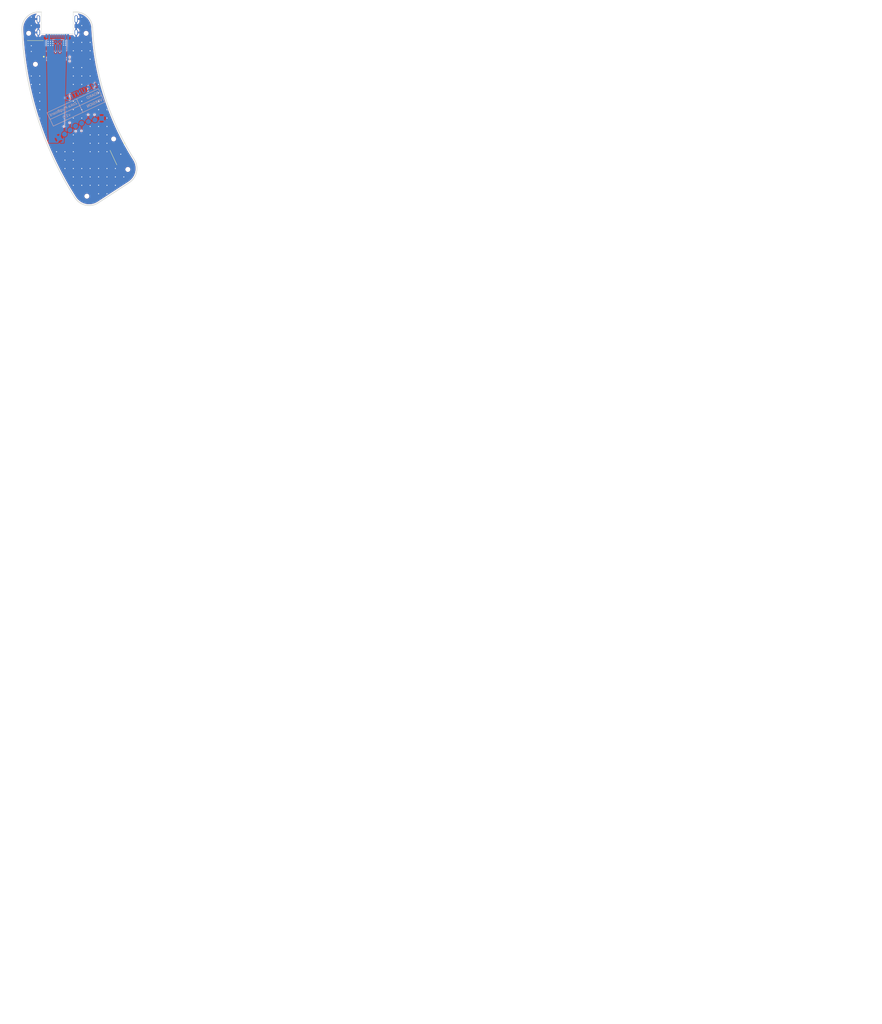
<source format=kicad_pcb>
(kicad_pcb (version 20221018) (generator pcbnew)
  (layers (0 "F.Cu" signal) (1 "In1.Cu" power) (2 "In2.Cu" power) (31 "B.Cu" signal) (34 "B.Paste" user) (35 "F.Paste" user) (36 "B.SilkS" user "B.Silkscreen") (37 "F.SilkS" user "F.Silkscreen") (38 "B.Mask" user) (39 "F.Mask" user) (44 "Edge.Cuts" user))
  (property "Author" "Julien CARAYON")
  (property "Company" "Mounted")
  (property "Date" "11/2023")
  (property "PCB name" "Zoka-PlugBoard")
  (property "Version" "v1.0")
  (net 0 "")
  (net 1 "Net-(J101-Pad1)")
  (net 3 "/CC1")
  (net 4 "/BUTTON2_HMI_BOARD")
  (net 5 "/BUTTON1_HMI_BOARD")
  (net 6 "/ENCODER_S1_HMI_BOARD")
  (net 8 "/ENCODER_B_HMI_BOARD")
  (net 9 "/ENCODER_A_HMI_BOARD")
  (net 10 "/ENCODER_S2_HMI_BOARD")
  (net 11 "VBUS")
  (net 13 "GND")
  (net 15 "/CC2")
  (footprint ".mounted-lib:MountingHole_1.2mm_M1" (layer "F.Cu") (at 151.859069 37.365176)
    (fp_text reference "H103" hide)
    (fp_text value "H_MOUNTING_HOLE_M1")
    (pad "" np_thru_hole circle (at 0 0) (size 1.2 1.2) (drill 1.2) (layers "F&B.Cu" "*.Mask"))
  )
  (footprint ".mounted-lib:MountingHole_1.2mm_M1" (layer "F.Cu") (at 179.3549 68.638766 56.6)
    (fp_text reference "H104" hide)
    (fp_text value "H_MOUNTING_HOLE_M1")
    (pad "" np_thru_hole circle (at 0 0 56.6) (size 1.2 1.2) (drill 1.2) (layers "F&B.Cu" "*.Mask"))
  )
  (footprint ".mounted-lib:MountingHole_1.2mm_M1" (layer "F.Cu") (at 166.9408 28.16587 33.1)
    (fp_text reference "H105" hide)
    (fp_text value "H_MOUNTING_HOLE_M1")
    (pad "" np_thru_hole circle (at 0 0 33.1) (size 1.2 1.2) (drill 1.2) (layers "F&B.Cu" "*.Mask"))
  )
  (footprint ".mounted-lib:MountingHole_1.2mm_M1" (layer "F.Cu") (at 175.128718 59.575688 56.6)
    (fp_text reference "H101" hide)
    (fp_text value "H_MOUNTING_HOLE_M1")
    (pad "" np_thru_hole circle (at 0 0 56.6) (size 1.2 1.2) (drill 1.2) (layers "F&B.Cu" "*.Mask"))
  )
  (footprint ".mounted-lib:J_788641001" (layer "F.Cu") (at 177.24181 64.107227 -65)
    (fp_text reference "J101" hide)
    (fp_text value "J_0788641001" hide)
    (fp_line (start -2.4 2.4) (end 2.4 2.4) (stroke (width 0.12)) (layer "F.SilkS"))
    (fp_circle (center -2.5 -2.4) (end -2.3 -2.4) (stroke (width 0.1)) (fill solid) (layer "F.SilkS"))
    (pad "1" smd roundrect locked (at -2.1 -1.6 25) (size 0.7 0.8) (layers "F.Cu" "F.Paste" "F.Mask") (roundrect_rratio 0.1) (net 1 "Net-(J101-Pad1)"))
    (pad "2" smd roundrect locked (at -2.1 0 25) (size 0.7 0.8) (layers "F.Cu" "F.Paste" "F.Mask") (roundrect_rratio 0.1))
    (pad "3" smd roundrect locked (at -2.1 1.6 25) (size 0.7 0.8) (layers "F.Cu" "F.Paste" "F.Mask") (roundrect_rratio 0.1) (net 13 "GND"))
    (pad "4" smd roundrect locked (at 2.1 1.6 25) (size 0.7 0.8) (layers "F.Cu" "F.Paste" "F.Mask") (roundrect_rratio 0.1) (net 4 "/BUTTON2_HMI_BOARD"))
    (pad "5" smd roundrect locked (at 2.1 0 25) (size 0.7 0.8) (layers "F.Cu" "F.Paste" "F.Mask") (roundrect_rratio 0.1) (net 5 "/BUTTON1_HMI_BOARD"))
    (pad "6" smd roundrect locked (at 2.1 -1.6 25) (size 0.7 0.8) (layers "F.Cu" "F.Paste" "F.Mask") (roundrect_rratio 0.1) (net 1 "Net-(J101-Pad1)"))
  )
  (footprint ".mounted-lib:MountingHole_1.2mm_M1" (layer "F.Cu") (at 149.859068 28.165177)
    (fp_text reference "H102" hide)
    (fp_text value "H_MOUNTING_HOLE_M1")
    (pad "" np_thru_hole circle (at 0 0) (size 1.2 1.2) (drill 1.2) (layers "F&B.Cu" "*.Mask"))
  )
  (footprint ".mounted-lib:J_788641001" (layer "F.Cu") (at 151.843774 32.721315 180)
    (fp_text reference "J102" hide)
    (fp_text value "J_0788641001" hide)
    (fp_line (start -2.4 2.4) (end 2.4 2.4) (stroke (width 0.12)) (layer "F.SilkS"))
    (fp_circle (center -2.5 -2.4) (end -2.3 -2.4) (stroke (width 0.1)) (fill solid) (layer "F.SilkS"))
    (pad "1" smd roundrect locked (at -2.1 -1.6 270) (size 0.7 0.8) (layers "F.Cu" "F.Paste" "F.Mask") (roundrect_rratio 0.1) (net 6 "/ENCODER_S1_HMI_BOARD"))
    (pad "2" smd roundrect locked (at -2.1 0 270) (size 0.7 0.8) (layers "F.Cu" "F.Paste" "F.Mask") (roundrect_rratio 0.1) (net 11 "VBUS"))
    (pad "3" smd roundrect locked (at -2.1 1.6 270) (size 0.7 0.8) (layers "F.Cu" "F.Paste" "F.Mask") (roundrect_rratio 0.1) (net 13 "GND"))
    (pad "4" smd roundrect locked (at 2.1 1.6 270) (size 0.7 0.8) (layers "F.Cu" "F.Paste" "F.Mask") (roundrect_rratio 0.1) (net 8 "/ENCODER_B_HMI_BOARD"))
    (pad "5" smd roundrect locked (at 2.1 0 270) (size 0.7 0.8) (layers "F.Cu" "F.Paste" "F.Mask") (roundrect_rratio 0.1) (net 9 "/ENCODER_A_HMI_BOARD"))
    (pad "6" smd roundrect locked (at 2.1 -1.6 270) (size 0.7 0.8) (layers "F.Cu" "F.Paste" "F.Mask") (roundrect_rratio 0.1) (net 10 "/ENCODER_S2_HMI_BOARD"))
  )
  (footprint ".mounted-lib:MountingHole_1.2mm_M1" (layer "F.Cu") (at 167.167613 76.590525 25)
    (fp_text reference "H108" hide)
    (fp_text value "H_MOUNTING_HOLE_M1")
    (pad "" np_thru_hole circle (at 0 0 25) (size 1.2 1.2) (drill 1.2) (layers "F&B.Cu" "*.Mask"))
  )
  (footprint ".mounted-lib:TESTPOINT_1.5MM" (layer "B.Cu") (at 163.797801 55.744854 180)
    (fp_text reference "TP105" hide)
    (fp_text value "TESTPOINT_1.5MM" hide)
    (pad "1" smd circle (at 0 0 180) (size 1.5 1.5) (layers "B.Cu" "B.Mask") (net 4 "/BUTTON2_HMI_BOARD"))
  )
  (footprint ".mounted-lib:R_0402_1005Metric" (layer "B.Cu") (at 157.843827 31.265177 -90)
    (fp_text reference "R101" hide)
    (fp_text value "R_0603_5.23k_1%_0.1W")
    (fp_line (start -0.153641 -0.38) (end 0.153641 -0.38) (stroke (width 0.12)) (layer "B.SilkS"))
    (fp_line (start -0.153641 0.38) (end 0.153641 0.38) (stroke (width 0.12)) (layer "B.SilkS"))
    (pad "1" smd roundrect (at -0.51 0 270) (size 0.54 0.64) (layers "B.Cu" "B.Paste" "B.Mask") (net 3 "/CC1"))
    (pad "2" smd roundrect (at 0.51 0 270) (size 0.54 0.64) (layers "B.Cu" "B.Paste" "B.Mask") (net 13 "GND"))
  )
  (footprint ".mounted-lib:TESTPOINT_1.5MM" (layer "B.Cu") (at 160.510664 58.160373 180)
    (fp_text reference "TP104" hide)
    (fp_text value "TESTPOINT_1.5MM" hide)
    (pad "1" smd circle (at 0 0 180) (size 1.5 1.5) (layers "B.Cu" "B.Mask") (net 10 "/ENCODER_S2_HMI_BOARD"))
  )
  (footprint ".mounted-lib:R_0402_1005Metric" (layer "B.Cu") (at 159.143827 31.265176 -90)
    (fp_text reference "R102" hide)
    (fp_text value "R_0603_5.23k_1%_0.1W")
    (fp_line (start -0.153641 -0.38) (end 0.153641 -0.38) (stroke (width 0.12)) (layer "B.SilkS"))
    (fp_line (start -0.153641 0.38) (end 0.153641 0.38) (stroke (width 0.12)) (layer "B.SilkS"))
    (pad "1" smd roundrect (at -0.51 0 270) (size 0.54 0.64) (layers "B.Cu" "B.Paste" "B.Mask") (net 15 "/CC2"))
    (pad "2" smd roundrect (at 0.51 0 270) (size 0.54 0.64) (layers "B.Cu" "B.Paste" "B.Mask") (net 13 "GND"))
  )
  (footprint ".mounted-lib:mounted_logo" (layer "B.Cu") (at 165.343827 45.56587 -155)
    (fp_text reference "LOGO101" hide)
    (fp_text value "mounted_logo" hide)
    (fp_poly (pts (xy 2.461178 0.60323) (xy 2.461178 0.450412) (xy 2.268144 0.450412) (xy 2.075111 0.450412) (xy 2.075111 -0.160861) (xy 2.075111 -0.772134) (xy 1.930336 -0.772134) (xy 1.785561 -0.772134) (xy 1.785561 -0.160861) (xy 1.785561 0.450412) (xy 1.592527 0.450412) (xy 1.399493 0.450412) (xy 1.399493 0.60323) (xy 1.399493 0.756048) (xy 1.930336 0.756048) (xy 2.461178 0.756048)) (fill solid) (layer "B.Cu"))
    (fp_poly (pts (xy 3.458518 0.60323) (xy 3.458518 0.450412) (xy 3.233312 0.450412) (xy 3.008106 0.450412) (xy 3.008106 0.297594) (xy 3.008106 0.144775) (xy 3.209183 0.144775) (xy 3.41026 0.144775) (xy 3.41026 -0.008043) (xy 3.41026 -0.160861) (xy 3.209183 -0.160861) (xy 3.008106 -0.160861) (xy 3.008106 -0.313679) (xy 3.008106 -0.466498) (xy 3.249398 -0.466498) (xy 3.49069 -0.466498) (xy 3.49069 -0.619316) (xy 3.49069 -0.772134) (xy 3.09658 -0.772134) (xy 2.70247 -0.772134) (xy 2.70247 -0.008043) (xy 2.70247 0.756048) (xy 3.080494 0.756048) (xy 3.458518 0.756048)) (fill solid) (layer "B.Cu"))
    (fp_poly (pts (xy 0.069432 0.783578) (xy 0.091155 0.768302) (xy 0.121973 0.740372) (xy 0.163804 0.697763) (xy 0.218566 0.638455) (xy 0.288177 0.560426) (xy 0.374555 0.461652) (xy 0.477147 0.342979) (xy 0.860608 -0.102263) (xy 0.864892 0.326893) (xy 0.869177 0.756048) (xy 1.021732 0.756048) (xy 1.174288 0.756048) (xy 1.174288 -0.024129) (xy 1.174288 -0.804306) (xy 1.137765 -0.804306) (xy 1.121758 -0.797956) (xy 1.095258 -0.777776) (xy 1.056601 -0.742077) (xy 1.004123 -0.689166) (xy 0.936159 -0.617352) (xy 0.851045 -0.524945) (xy 0.747119 -0.410252) (xy 0.715504 -0.375119) (xy 0.329766 0.054069) (xy 0.325473 -0.359032) (xy 0.32118 -0.772134) (xy 0.168633 -0.772134) (xy 0.016086 -0.772134) (xy 0.016086 0.008043) (xy 0.016086 0.78822) (xy 0.054886 0.78822)) (fill solid) (layer "B.Cu"))
    (fp_poly (pts (xy -3.603293 0) (xy -3.603293 -0.772134) (xy -3.756111 -0.772134) (xy -3.90893 -0.772134) (xy -3.90893 -0.347301) (xy -3.90893 0.077531) (xy -4.105985 -0.123488) (xy -4.30304 -0.324506) (xy -4.499444 -0.118016) (xy -4.695849 0.088474) (xy -4.696499 -0.34183) (xy -4.69715 -0.772134) (xy -4.849968 -0.772134) (xy -5.002786 -0.772134) (xy -5.002786 0) (xy -5.002786 0.772134) (xy -4.950507 0.771793) (xy -4.933336 0.769907) (xy -4.914804 0.762728) (xy -4.892141 0.747632) (xy -4.862578 0.721996) (xy -4.823345 0.683195) (xy -4.771674 0.628606) (xy -4.704795 0.555605) (xy -4.619939 0.461568) (xy -4.601979 0.441579) (xy -4.524249 0.355596) (xy -4.453376 0.278286) (xy -4.392209 0.212669) (xy -4.343594 0.161764) (xy -4.31038 0.128591) (xy -4.295415 0.116168) (xy -4.295048 0.116176) (xy -4.281878 0.128852) (xy -4.25012 0.162353) (xy -4.202656 0.213547) (xy -4.142373 0.279303) (xy -4.072154 0.356489) (xy -3.994885 0.441973) (xy -3.990905 0.44639) (xy -3.901889 0.54478) (xy -3.831362 0.621531) (xy -3.776631 0.679222) (xy -3.735001 0.720429) (xy -3.703779 0.747728) (xy -3.680271 0.763697) (xy -3.661783 0.770912) (xy -3.650369 0.772134) (xy -3.603293 0.772134)) (fill solid) (layer "B.Cu"))
    (fp_poly (pts (xy 4.04164 0.755769) (xy 4.192494 0.75303) (xy 4.317273 0.744566) (xy 4.421708 0.729478) (xy 4.511534 0.706866) (xy 4.592482 0.675831) (xy 4.613234 0.666049) (xy 4.719388 0.597173) (xy 4.813708 0.50264) (xy 4.892456 0.387932) (xy 4.951894 0.25853) (xy 4.988282 0.119915) (xy 4.989089 0.114982) (xy 4.99793 -0.029146) (xy 4.980197 -0.172284) (xy 4.93825 -0.30946) (xy 4.874446 -0.4357) (xy 4.791144 -0.546031) (xy 4.690703 -0.635478) (xy 4.610466 -0.68349) (xy 4.531199 -0.716583) (xy 4.443701 -0.741082) (xy 4.342372 -0.757856) (xy 4.221617 -0.767775) (xy 4.075839 -0.771708) (xy 4.04164 -0.771855) (xy 3.780241 -0.772134) (xy 3.780241 -0.008043) (xy 3.780241 0.454249) (xy 4.085877 0.454249) (xy 4.085877 -0.008043) (xy 4.085877 -0.470335) (xy 4.234674 -0.463351) (xy 4.322959 -0.456684) (xy 4.388171 -0.445182) (xy 4.439257 -0.427119) (xy 4.450108 -0.421772) (xy 4.540496 -0.357349) (xy 4.610487 -0.270545) (xy 4.657691 -0.165642) (xy 4.67972 -0.046918) (xy 4.681064 -0.008043) (xy 4.667753 0.117403) (xy 4.627399 0.226312) (xy 4.573903 0.304316) (xy 4.513781 0.364468) (xy 4.449184 0.40569) (xy 4.372108 0.431353) (xy 4.274549 0.44483) (xy 4.234674 0.447265) (xy 4.085877 0.454249) (xy 3.780241 0.454249) (xy 3.780241 0.756048)) (fill solid) (layer "B.Cu"))
    (fp_poly (pts (xy -1.125969 0.221184) (xy -1.125865 0.075344) (xy -1.125459 -0.04188) (xy -1.124553 -0.134042) (xy -1.122952 -0.204698) (xy -1.120459 -0.257403) (xy -1.116878 -0.295713) (xy -1.112011 -0.323183) (xy -1.105663 -0.343368) (xy -1.097637 -0.359823) (xy -1.093464 -0.366895) (xy -1.049302 -0.41449) (xy -0.985672 -0.453702) (xy -0.915239 -0.477812) (xy -0.876081 -0.482231) (xy -0.810624 -0.470536) (xy -0.743454 -0.439216) (xy -0.686529 -0.395227) (xy -0.655535 -0.353895) (xy -0.647736 -0.335466) (xy -0.641508 -0.312393) (xy -0.636678 -0.2811) (xy -0.633073 -0.238012) (xy -0.630522 -0.179552) (xy -0.628851 -0.102146) (xy -0.627887 -0.002217) (xy -0.627458 0.12381) (xy -0.627384 0.229227) (xy -0.627359 0.756048) (xy -0.473425 0.756048) (xy -0.319491 0.756048) (xy -0.325048 0.197055) (xy -0.326763 0.038599) (xy -0.32878 -0.091367) (xy -0.331595 -0.196523) (xy -0.335706 -0.280549) (xy -0.341608 -0.347126) (xy -0.349798 -0.399936) (xy -0.360773 -0.442658) (xy -0.375028 -0.478975) (xy -0.39306 -0.512565) (xy -0.415366 -0.547111) (xy -0.427861 -0.565293) (xy -0.502437 -0.646126) (xy -0.599157 -0.71008) (xy -0.711413 -0.754714) (xy -0.832598 -0.777588) (xy -0.956106 -0.77626) (xy -0.986876 -0.771807) (xy -1.104452 -0.737131) (xy -1.211287 -0.678164) (xy -1.301587 -0.599442) (xy -1.369559 -0.505496) (xy -1.393624 -0.453541) (xy -1.401408 -0.429917) (xy -1.407768 -0.401704) (xy -1.412892 -0.365371) (xy -1.41697 -0.31739) (xy -1.420189 -0.254232) (xy -1.422739 -0.172366) (xy -1.424807 -0.068265) (xy -1.426582 0.061602) (xy -1.427943 0.189012) (xy -1.433543 0.756048) (xy -1.279786 0.756048) (xy -1.126029 0.756048)) (fill solid) (layer "B.Cu"))
    (fp_poly (pts (xy -2.383549 0.742996) (xy -2.23438 0.692604) (xy -2.096077 0.616635) (xy -1.996133 0.537649) (xy -1.948468 0.489597) (xy -1.90023 0.434474) (xy -1.8566 0.379031) (xy -1.822755 0.330022) (xy -1.803878 0.294199) (xy -1.801647 0.284121) (xy -1.816957 0.280985) (xy -1.859785 0.278215) (xy -1.925478 0.275954) (xy -2.009383 0.274345) (xy -2.106846 0.273534) (xy -2.146183 0.273464) (xy -2.2495 0.273023) (xy -2.342843 0.271791) (xy -2.421087 0.269901) (xy -2.47911 0.267491) (xy -2.51179 0.264694) (xy -2.516164 0.2637) (xy -2.528264 0.253434) (xy -2.535938 0.229982) (xy -2.540071 0.18755) (xy -2.54155 0.120344) (xy -2.541609 0.097175) (xy -2.539741 0.017429) (xy -2.531937 -0.047393) (xy -2.514891 -0.100522) (xy -2.485298 -0.145189) (xy -2.439855 -0.184627) (xy -2.375257 -0.222066) (xy -2.2882 -0.260737) (xy -2.175379 -0.303873) (xy -2.105796 -0.329011) (xy -2.01614 -0.361399) (xy -1.934292 -0.391602) (xy -1.86625 -0.417356) (xy -1.818016 -0.436398) (xy -1.798352 -0.444962) (xy -1.771297 -0.460537) (xy -1.76284 -0.477961) (xy -1.769934 -0.508966) (xy -1.776664 -0.528422) (xy -1.807625 -0.604915) (xy -1.843083 -0.674759) (xy -1.879358 -0.732213) (xy -1.912769 -0.771536) (xy -1.939636 -0.786988) (xy -1.9424 -0.78695) (xy -1.964804 -0.781166) (xy -2.002012 -0.768992) (xy -2.002723 -0.768743) (xy -2.048819 -0.751996) (xy -2.116575 -0.726612) (xy -2.202066 -0.694123) (xy -2.301366 -0.65606) (xy -2.410549 -0.613954) (xy -2.525689 -0.569338) (xy -2.642859 -0.523741) (xy -2.758135 -0.478697) (xy -2.86759 -0.435735) (xy -2.967298 -0.396388) (xy -3.053334 -0.362187) (xy -3.12177 -0.334664) (xy -3.168682 -0.31535) (xy -3.190143 -0.305775) (xy -3.190973 -0.305231) (xy -3.205472 -0.277917) (xy -3.221051 -0.226338) (xy -3.236241 -0.158302) (xy -3.249569 -0.081615) (xy -3.259565 -0.004084) (xy -3.264758 0.066485) (xy -3.265168 0.088474) (xy -3.254587 0.237002) (xy -3.221905 0.364848) (xy -3.165471 0.476166) (xy -3.083631 0.575111) (xy -3.06434 0.593532) (xy -2.960042 0.670903) (xy -2.838487 0.7253) (xy -2.695454 0.758594) (xy -2.690377 0.759346) (xy -2.537557 0.765885)) (fill solid) (layer "B.Cu"))
  )
  (footprint ".mounted-lib:TESTPOINT_1.5MM" (layer "B.Cu") (at 158.867096 59.368133 -155)
    (fp_text reference "TP108" hide)
    (fp_text value "TESTPOINT_1.5MM" hide)
    (pad "1" smd circle (at 0 0 205) (size 1.5 1.5) (layers "B.Cu" "B.Mask") (net 11 "VBUS"))
  )
  (footprint ".mounted-lib:TESTPOINT_1.5MM" (layer "B.Cu") (at 162.154233 56.952613 180)
    (fp_text reference "TP103" hide)
    (fp_text value "TESTPOINT_1.5MM" hide)
    (pad "1" smd circle (at 0 0 180) (size 1.5 1.5) (layers "B.Cu" "B.Mask") (net 6 "/ENCODER_S1_HMI_BOARD"))
  )
  (footprint ".mounted-lib:TESTPOINT_1.5MM" (layer "B.Cu") (at 165.610416 54.899617 180)
    (fp_text reference "TP106" hide)
    (fp_text value "TESTPOINT_1.5MM" hide)
    (pad "1" smd circle (at 0 0 180) (size 1.5 1.5) (layers "B.Cu" "B.Mask") (net 5 "/BUTTON1_HMI_BOARD"))
  )
  (footprint ".mounted-lib:Cartouche_IO" (layer "B.Cu") (at 165.043827 49.66587 -155)
    (fp_text reference "CART101" hide)
    (fp_text value "Cartouche_IO" hide)
    (fp_text user "${PCB name}" (at 4.85 1.1 -335 unlocked) (layer "B.SilkS") (effects (font (size 0.8 0.8)) (justify mirror)))
    (fp_text user "VERSION" (at -6.8 -1.2 25) (layer "B.SilkS") (effects (font (size 0.8 0.8)) (justify left mirror)))
    (fp_text user "BOARD" (at -6.8 1.1 25) (layer "B.SilkS") (effects (font (size 0.8 0.8)) (justify left mirror)))
    (fp_text user "${Version}" (at 4.85 -1.2 -335 unlocked) (layer "B.SilkS") (effects (font (size 0.8 0.8)) (justify mirror)))
    (fp_line (start -7.15 -2.2) (end -7.15 2.2) (stroke (width 0.12)) (layer "B.SilkS"))
    (fp_line (start 0 -2.2) (end 0 2.2) (stroke (width 0.12)) (layer "B.SilkS"))
    (fp_line (start 9.7 -2.2) (end -7.15 -2.2) (stroke (width 0.12)) (layer "B.SilkS"))
    (fp_line (start 9.7 -2.2) (end 9.7 2.2) (stroke (width 0.12)) (layer "B.SilkS"))
    (fp_line (start 9.7 0) (end -7.15 0) (stroke (width 0.12)) (layer "B.SilkS"))
    (fp_line (start 9.7 2.2) (end -7.15 2.2) (stroke (width 0.12)) (layer "B.SilkS"))
  )
  (footprint ".mounted-lib:TESTPOINT_1.5MM" (layer "B.Cu") (at 169.573742 53.934191 180)
    (fp_text reference "TP102" hide)
    (fp_text value "TESTPOINT_1.5MM" hide)
    (pad "1" smd circle (at 0 0 180) (size 1.5 1.5) (layers "B.Cu" "B.Mask") (net 8 "/ENCODER_B_HMI_BOARD"))
  )
  (footprint ".mounted-lib:TESTPOINT_1.5MM" (layer "B.Cu") (at 167.592079 54.416903 180)
    (fp_text reference "TP101" hide)
    (fp_text value "TESTPOINT_1.5MM" hide)
    (pad "1" smd circle (at 0 0 180) (size 1.5 1.5) (layers "B.Cu" "B.Mask") (net 9 "/ENCODER_A_HMI_BOARD"))
  )
  (footprint ".mounted-lib:TESTPOINT_1.5MM" (layer "B.Cu") (at 171.555405 53.451477 180)
    (fp_text reference "TP107" hide)
    (fp_text value "TESTPOINT_1.5MM" hide)
    (pad "1" smd circle (at 0 0 180) (size 1.5 1.5) (layers "B.Cu" "B.Mask") (net 13 "GND"))
  )
  (footprint ".mounted-lib:J_TYPE-C-31-M-13" (layer "B.Cu") (at 158.368112 21.821511)
    (fp_text reference "J103" hide)
    (fp_text value "J_TYPE-C-31-M-13" hide)
    (fp_line (start -4.75 0) (end -4.75 6.5) (stroke (width 0.1)) (layer "Edge.Cuts"))
    (fp_line (start -4.75 6.5) (end 4.75 6.5) (stroke (width 0.1)) (layer "Edge.Cuts"))
    (fp_line (start 4.75 6.5) (end 4.75 0) (stroke (width 0.1)) (layer "Edge.Cuts"))
    (pad "A1" smd rect (at -3.35 7.17) (size 0.3 1.15) (layers "B.Cu" "B.Paste" "B.Mask") (net 13 "GND"))
    (pad "A4" smd rect (at -2.55 7.17) (size 0.3 1.15) (layers "B.Cu" "B.Paste" "B.Mask") (net 11 "VBUS"))
    (pad "A5" smd rect (at -1.25 7.17) (size 0.3 1.15) (layers "B.Cu" "B.Paste" "B.Mask") (net 3 "/CC1"))
    (pad "A6" smd rect (at -0.25 7.17) (size 0.3 1.15) (layers "B.Cu" "B.Paste" "B.Mask"))
    (pad "A7" smd rect (at 0.25 7.17) (size 0.3 1.15) (layers "B.Cu" "B.Paste" "B.Mask"))
    (pad "A8" smd rect (at 1.25 7.17) (size 0.3 1.15) (layers "B.Cu" "B.Paste" "B.Mask"))
    (pad "A9" smd rect (at 2.55 7.17) (size 0.3 1.15) (layers "B.Cu" "B.Paste" "B.Mask") (net 11 "VBUS"))
    (pad "A12" smd rect (at 3.35 7.17) (size 0.3 1.15) (layers "B.Cu" "B.Paste" "B.Mask") (net 13 "GND"))
    (pad "B1" smd rect (at 3.05 7.17) (size 0.3 1.15) (layers "B.Cu" "B.Paste" "B.Mask") (net 13 "GND"))
    (pad "B4" smd rect (at 2.25 7.17) (size 0.3 1.15) (layers "B.Cu" "B.Paste" "B.Mask") (net 11 "VBUS"))
    (pad "B5" smd rect (at 1.75 7.17) (size 0.3 1.15) (layers "B.Cu" "B.Paste" "B.Mask") (net 15 "/CC2"))
    (pad "B6" smd rect (at 0.75 7.17) (size 0.3 1.15) (layers "B.Cu" "B.Paste" "B.Mask"))
    (pad "B7" smd rect (at -0.75 7.17) (size 0.3 1.15) (layers "B.Cu" "B.Paste" "B.Mask"))
    (pad "B8" smd rect (at -1.75 7.17) (size 0.3 1.15) (layers "B.Cu" "B.Paste" "B.Mask"))
    (pad "B9" smd rect (at -2.25 7.17) (size 0.3 1.15) (layers "B.Cu" "B.Paste" "B.Mask") (net 11 "VBUS"))
    (pad "B12" smd rect (at -3.05 7.17) (size 0.3 1.15) (layers "B.Cu" "B.Paste" "B.Mask") (net 13 "GND"))
    (pad "GND" thru_hole oval (at -5.62 2.1) (size 1 2.2) (drill oval 0.6 1.8) (layers "*.Cu" "*.Mask") (net 13 "GND"))
    (pad "GND" thru_hole oval (at -5.62 6.1) (size 1 1.8) (drill oval 0.6 1.4) (layers "*.Cu" "*.Mask") (net 13 "GND"))
    (pad "GND" thru_hole oval (at 5.62 2.1) (size 1 2.2) (drill oval 0.6 1.8) (layers "*.Cu" "*.Mask") (net 13 "GND"))
    (pad "GND" thru_hole oval (at 5.62 6.1) (size 1 1.8) (drill oval 0.6 1.4) (layers "*.Cu" "*.Mask") (net 13 "GND"))
  )
  (gr_line (start 163.118113 21.821511) (end 163.876532 21.829267) (stroke (width 0.2)) (layer "Edge.Cuts"))
  (gr_line (start 170.565897 78.552526) (end 179.777997 72.539657) (stroke (width 0.2)) (layer "Edge.Cuts"))
  (gr_line (start 153.618112 21.82151) (end 152.859696 21.827082) (stroke (width 0.2)) (layer "Edge.Cuts"))
  (gr_arc (start 163.618934 77.053782) (mid 152.453524 53.108926) (end 147.869121 27.089592) (stroke (width 0.2)) (layer "Edge.Cuts"))
  (gr_arc (start 163.876532 21.829267) (mid 167.30198 23.187602) (end 168.862485 26.525803) (stroke (width 0.2)) (layer "Edge.Cuts"))
  (gr_arc (start 181.264752 65.672729) (mid 172.514378 46.906899) (end 168.862485 26.525803) (stroke (width 0.2)) (layer "Edge.Cuts"))
  (gr_arc (start 181.264751 65.67273) (mid 181.9308 69.411347) (end 179.777997 72.539657) (stroke (width 0.2)) (layer "Edge.Cuts"))
  (gr_arc (start 170.565896 78.552526) (mid 166.77954 79.253386) (end 163.618934 77.053782) (stroke (width 0.2)) (layer "Edge.Cuts"))
  (gr_arc (start 147.869121 27.089592) (mid 149.2342 23.386535) (end 152.859696 21.827082) (stroke (width 0.2)) (layer "Edge.Cuts"))
  (segment (start 157.118112 28.991511) (end 157.118112 30.029462) (width 0.1) (layer "B.Cu") (net 3))
  (segment (start 157.118112 30.029462) (end 157.843827 30.755177) (width 0.1) (layer "B.Cu") (net 3))
  (segment (start 163.843827 57.26587) (end 163.843827 65.56587) (width 0.1) (layer "F.Cu") (net 4))
  (segment (start 163.843827 65.56587) (end 164.96462 66.686663) (width 0.1) (layer "F.Cu") (net 4))
  (segment (start 164.96462 66.686663) (end 176.679216 66.686663) (width 0.1) (layer "F.Cu") (net 4))
  (via (at 163.843827 57.26587) (size 0.45) (drill 0.3) (layers "F.Cu" "B.Cu") (net 4))
  (segment (start 163.797801 57.219844) (end 163.843827 57.26587) (width 0.1) (layer "B.Cu") (net 4))
  (segment (start 163.797801 55.744854) (end 163.797801 57.219844) (width 0.1) (layer "B.Cu") (net 4))
  (segment (start 165.543827 57.16587) (end 165.543827 64.96587) (width 0.1) (layer "F.Cu") (net 5))
  (segment (start 177.584705 65.46587) (end 178.129308 66.010473) (width 0.1) (layer "F.Cu") (net 5))
  (segment (start 166.043827 65.46587) (end 177.584705 65.46587) (width 0.1) (layer "F.Cu") (net 5))
  (segment (start 165.543827 64.96587) (end 166.043827 65.46587) (width 0.1) (layer "F.Cu") (net 5))
  (via (at 165.543827 57.16587) (size 0.45) (drill 0.3) (layers "F.Cu" "B.Cu") (net 5))
  (segment (start 165.610416 54.899617) (end 165.610416 57.099281) (width 0.1) (layer "B.Cu") (net 5))
  (segment (start 165.610416 57.099281) (end 165.543827 57.16587) (width 0.1) (layer "B.Cu") (net 5))
  (segment (start 161.143827 35.56587) (end 155.188329 35.56587) (width 0.1) (layer "F.Cu") (net 6))
  (segment (start 162.043827 54.76587) (end 162.043827 36.46587) (width 0.1) (layer "F.Cu") (net 6))
  (segment (start 161.543827 35.16587) (end 161.143827 35.56587) (width 0.1) (layer "F.Cu") (net 6))
  (segment (start 155.188329 35.56587) (end 153.943774 34.321315) (width 0.1) (layer "F.Cu") (net 6))
  (segment (start 162.043827 35.16587) (end 161.543827 35.16587) (width 0.1) (layer "F.Cu") (net 6))
  (via (at 162.043827 35.16587) (size 0.45) (drill 0.3) (layers "F.Cu" "B.Cu") (net 6))
  (via (at 162.043827 54.76587) (size 0.45) (drill 0.3) (layers "F.Cu" "B.Cu") (net 6))
  (via (at 162.043827 36.46587) (size 0.45) (drill 0.3) (layers "F.Cu" "B.Cu") (net 6))
  (segment (start 162.043827 36.46587) (end 162.043827 35.16587) (width 0.1) (layer "B.Cu") (net 6))
  (segment (start 162.154233 54.876276) (end 162.043827 54.76587) (width 0.1) (layer "B.Cu") (net 6))
  (segment (start 162.154233 56.952613) (end 162.154233 54.876276) (width 0.1) (layer "B.Cu") (net 6))
  (segment (start 152.659069 35.081112) (end 152.943827 35.36587) (width 0.1) (layer "F.Cu") (net 8))
  (segment (start 152.443827 31.46587) (end 152.659069 31.681112) (width 0.1) (layer "F.Cu") (net 8))
  (segment (start 152.943827 35.36587) (end 153.343827 35.76587) (width 0.1) (layer "F.Cu") (net 8))
  (segment (start 166.943827 36.56587) (end 169.443827 39.06587) (width 0.1) (layer "F.Cu") (net 8))
  (segment (start 166.143827 35.76587) (end 166.943827 36.56587) (width 0.1) (layer "F.Cu") (net 8))
  (segment (start 153.343827 35.76587) (end 160.843827 35.76587) (width 0.1) (layer "F.Cu") (net 8))
  (segment (start 149.743774 31.121315) (end 152.099272 31.121315) (width 0.1) (layer "F.Cu") (net 8))
  (segment (start 152.659069 31.681112) (end 152.659069 35.081112) (width 0.1) (layer "F.Cu") (net 8))
  (segment (start 169.443827 39.06587) (end 169.443827 52.36587) (width 0.1) (layer "F.Cu") (net 8))
  (segment (start 160.843827 35.76587) (end 166.143827 35.76587) (width 0.1) (layer "F.Cu") (net 8))
  (segment (start 152.099272 31.121315) (end 152.443827 31.46587) (width 0.1) (layer "F.Cu") (net 8))
  (via (at 169.443827 52.36587) (size 0.45) (drill 0.3) (layers "F.Cu" "B.Cu") (net 8))
  (segment (start 169.573742 52.495785) (end 169.573742 53.934191) (width 0.1) (layer "B.Cu") (net 8))
  (segment (start 169.443827 52.36587) (end 169.573742 52.495785) (width 0.1) (layer "B.Cu") (net 8))
  (segment (start 167.543827 37.56587) (end 165.943827 35.96587) (width 0.1) (layer "F.Cu") (net 9))
  (segment (start 152.199272 32.721315) (end 149.743774 32.721315) (width 0.1) (layer "F.Cu") (net 9))
  (segment (start 165.943827 35.96587) (end 153.260985 35.96587) (width 0.1) (layer "F.Cu") (net 9))
  (segment (start 152.443827 32.96587) (end 152.199272 32.721315) (width 0.1) (layer "F.Cu") (net 9))
  (segment (start 167.543827 52.36587) (end 167.543827 37.56587) (width 0.1) (layer "F.Cu") (net 9))
  (segment (start 152.443827 35.148712) (end 152.443827 32.96587) (width 0.1) (layer "F.Cu") (net 9))
  (segment (start 153.260985 35.96587) (end 152.443827 35.148712) (width 0.1) (layer "F.Cu") (net 9))
  (via (at 167.543827 52.36587) (size 0.45) (drill 0.3) (layers "F.Cu" "B.Cu") (net 9))
  (segment (start 167.592079 54.416903) (end 167.592079 52.414122) (width 0.1) (layer "B.Cu") (net 9))
  (segment (start 167.592079 52.414122) (end 167.543827 52.36587) (width 0.1) (layer "B.Cu") (net 9))
  (segment (start 160.443827 36.46587) (end 160.443827 55.76587) (width 0.1) (layer "F.Cu") (net 10))
  (segment (start 153.178142 36.16587) (end 160.143827 36.16587) (width 0.1) (layer "F.Cu") (net 10))
  (segment (start 160.443827 55.76587) (end 160.343827 55.86587) (width 0.1) (layer "F.Cu") (net 10))
  (segment (start 152.243827 35.231555) (end 153.178142 36.16587) (width 0.1) (layer "F.Cu") (net 10))
  (segment (start 149.743774 34.321315) (end 152.099272 34.321315) (width 0.1) (layer "F.Cu") (net 10))
  (segment (start 152.099272 34.321315) (end 152.243827 34.46587) (width 0.1) (layer "F.Cu") (net 10))
  (segment (start 160.143827 36.16587) (end 160.443827 36.46587) (width 0.1) (layer "F.Cu") (net 10))
  (segment (start 152.243827 34.46587) (end 152.243827 35.231555) (width 0.1) (layer "F.Cu") (net 10))
  (via (at 160.343827 55.86587) (size 0.45) (drill 0.3) (layers "F.Cu" "B.Cu") (net 10))
  (segment (start 160.343827 55.86587) (end 160.510664 56.032707) (width 0.1) (layer "B.Cu") (net 10))
  (segment (start 160.510664 56.032707) (end 160.510664 58.160373) (width 0.1) (layer "B.Cu") (net 10))
  (via (at 160.843827 30.46587) (size 0.45) (drill 0.3) (layers "F.Cu" "B.Cu") (net 11))
  (via (at 156.343827 31.76587) (size 0.45) (drill 0.3) (layers "F.Cu" "B.Cu") (net 11))
  (via (at 155.643827 31.16587) (size 0.45) (drill 0.3) (layers "F.Cu" "B.Cu") (net 11))
  (via (at 160.243827 30.46587) (size 0.45) (drill 0.3) (layers "F.Cu" "B.Cu") (net 11))
  (via (at 157.043827 30.56587) (size 0.45) (drill 0.3) (layers "F.Cu" "B.Cu") (net 11))
  (via (at 157.043827 31.76587) (size 0.45) (drill 0.3) (layers "F.Cu" "B.Cu") (net 11))
  (via (at 155.643827 31.76587) (size 0.45) (drill 0.3) (layers "F.Cu" "B.Cu") (net 11))
  (via (at 160.843827 31.06587) (size 0.45) (drill 0.3) (layers "F.Cu" "B.Cu") (net 11))
  (via (at 157.043827 31.16587) (size 0.45) (drill 0.3) (layers "F.Cu" "B.Cu") (net 11))
  (via (at 156.343827 31.16587) (size 0.45) (drill 0.3) (layers "F.Cu" "B.Cu") (net 11))
  (via (at 156.343827 30.56587) (size 0.45) (drill 0.3) (layers "F.Cu" "B.Cu") (net 11))
  (via (at 160.843827 31.66587) (size 0.45) (drill 0.3) (layers "F.Cu" "B.Cu") (net 11))
  (via (at 155.643827 30.56587) (size 0.45) (drill 0.3) (layers "F.Cu" "B.Cu") (net 11))
  (via (at 160.243827 31.06587) (size 0.45) (drill 0.3) (layers "F.Cu" "B.Cu") (net 11))
  (via (at 160.243827 31.66587) (size 0.45) (drill 0.3) (layers "F.Cu" "B.Cu") (net 11))
  (segment (start 158.867096 59.368133) (end 156.138263 56.6393) (width 0.5) (layer "B.Cu") (net 11))
  (segment (start 156.138263 56.6393) (end 156.138263 31.371434) (width 0.5) (layer "B.Cu") (net 11))
  (segment (start 156.138263 31.371434) (end 156.343827 31.16587) (width 0.5) (layer "B.Cu") (net 11))
  (via (at 163.143827 65.86587) (size 0.45) (drill 0.3) (layers "F.Cu" "B.Cu") (net 13))
  (via (at 173.143827 63.36587) (size 0.45) (drill 0.3) (layers "F.Cu" "B.Cu") (net 13))
  (via (at 173.143827 70.86587) (size 0.45) (drill 0.3) (layers "F.Cu" "B.Cu") (net 13))
  (via (at 163.143827 30.86587) (size 0.45) (drill 0.3) (layers "F.Cu" "B.Cu") (net 13))
  (via (at 165.643827 33.36587) (size 0.45) (drill 0.3) (layers "F.Cu" "B.Cu") (net 13))
  (via (at 168.143827 70.86587) (size 0.45) (drill 0.3) (layers "F.Cu" "B.Cu") (net 13))
  (via (at 168.143827 40.86587) (size 0.45) (drill 0.3) (layers "F.Cu" "B.Cu") (net 13))
  (via (at 163.143827 73.36587) (size 0.45) (drill 0.3) (layers "F.Cu" "B.Cu") (net 13))
  (via (at 170.657509 73.327116) (size 0.45) (drill 0.3) (layers "F.Cu" "B.Cu") (net 13))
  (via (at 168.143827 60.86587) (size 0.45) (drill 0.3) (layers "F.Cu" "B.Cu") (net 13))
  (via (at 175.643827 70.86587) (size 0.45) (drill 0.3) (layers "F.Cu" "B.Cu") (net 13))
  (via (at 168.143827 73.36587) (size 0.45) (drill 0.3) (layers "F.Cu" "B.Cu") (net 13))
  (via (at 165.643827 50.86587) (size 0.45) (drill 0.3) (layers "F.Cu" "B.Cu") (net 13))
  (via (at 170.643827 68.36587) (size 0.45) (drill 0.3) (layers "F.Cu" "B.Cu") (net 13))
  (via (at 163.143827 53.36587) (size 0.45) (drill 0.3) (layers "F.Cu" "B.Cu") (net 13))
  (via (at 163.143827 38.36587) (size 0.45) (drill 0.3) (layers "F.Cu" "B.Cu") (net 13))
  (via (at 173.143827 60.86587) (size 0.45) (drill 0.3) (layers "F.Cu" "B.Cu") (net 13))
  (via (at 165.643827 25.86587) (size 0.45) (drill 0.3) (layers "F.Cu" "B.Cu") (net 13))
  (via (at 160.643827 65.86587) (size 0.45) (drill 0.3) (layers "F.Cu" "B.Cu") (net 13))
  (via (at 153.143827 48.36587) (size 0.45) (drill 0.3) (layers "F.Cu" "B.Cu") (net 13))
  (via (at 170.643827 43.36587) (size 0.45) (drill 0.3) (layers "F.Cu" "B.Cu") (net 13))
  (via (at 170.643827 48.36587) (size 0.45) (drill 0.3) (layers "F.Cu" "B.Cu") (net 13))
  (via (at 160.643827 68.36587) (size 0.45) (drill 0.3) (layers "F.Cu" "B.Cu") (net 13))
  (via (at 165.643827 53.36587) (size 0.45) (drill 0.3) (layers "F.Cu" "B.Cu") (net 13))
  (via (at 165.643827 40.86587) (size 0.45) (drill 0.3) (layers "F.Cu" "B.Cu") (net 13))
  (via (at 170.643827 70.86587) (size 0.45) (drill 0.3) (layers "F.Cu" "B.Cu") (net 13))
  (via (at 165.643827 43.36587) (size 0.45) (drill 0.3) (layers "F.Cu" "B.Cu") (net 13))
  (via (at 163.143827 63.36587) (size 0.45) (drill 0.3) (layers "F.Cu" "B.Cu") (net 13))
  (via (at 150.643827 40.86587) (size 0.45) (drill 0.3) (layers "F.Cu" "B.Cu") (net 13))
  (via (at 173.143827 68.36587) (size 0.45) (drill 0.3) (layers "F.Cu" "B.Cu") (net 13))
  (via (at 173.143827 53.36587) (size 0.45) (drill 0.3) (layers "F.Cu" "B.Cu") (net 13))
  (via (at 168.143827 55.86587) (size 0.45) (drill 0.3) (layers "F.Cu" "B.Cu") (net 13))
  (via (at 157.843827 33.86587) (size 0.45) (drill 0.3) (layers "F.Cu" "B.Cu") (net 13))
  (via (at 160.643827 63.36587) (size 0.45) (drill 0.3) (layers "F.Cu" "B.Cu") (net 13))
  (via (at 173.143827 75.86587) (size 0.45) (drill 0.3) (layers "F.Cu" "B.Cu") (net 13))
  (via (at 153.143827 50.86587) (size 0.45) (drill 0.3) (layers "F.Cu" "B.Cu") (net 13))
  (via (at 168.143827 58.36587) (size 0.45) (drill 0.3) (layers "F.Cu" "B.Cu") (net 13))
  (via (at 165.643827 23.36587) (size 0.45) (drill 0.3) (layers "F.Cu" "B.Cu") (net 13))
  (via (at 173.143827 55.86587) (size 0.45) (drill 0.3) (layers "F.Cu" "B.Cu") (net 13))
  (via (at 173.143827 73.36587) (size 0.45) (drill 0.3) (layers "F.Cu" "B.Cu") (net 13))
  (via (at 173.143827 58.36587) (size 0.45) (drill 0.3) (layers "F.Cu" "B.Cu") (net 13))
  (via (at 170.643827 55.86587) (size 0.45) (drill 0.3) (layers "F.Cu" "B.Cu") (net 13))
  (via (at 163.143827 58.36587) (size 0.45) (drill 0.3) (layers "F.Cu" "B.Cu") (net 13))
  (via (at 153.143827 43.36587) (size 0.45) (drill 0.3) (layers "F.Cu" "B.Cu") (net 13))
  (via (at 165.643827 68.36587) (size 0.45) (drill 0.3) (layers "F.Cu" "B.Cu") (net 13))
  (via (at 170.643827 58.36587) (size 0.45) (drill 0.3) (layers "F.Cu" "B.Cu") (net 13))
  (via (at 170.643827 50.86587) (size 0.45) (drill 0.3) (layers "F.Cu" "B.Cu") (net 13))
  (via (at 163.143827 33.36587) (size 0.45) (drill 0.3) (layers "F.Cu" "B.Cu") (net 13))
  (via (at 163.143827 60.86587) (size 0.45) (drill 0.3) (layers "F.Cu" "B.Cu") (net 13))
  (via (at 150.643827 43.36587) (size 0.45) (drill 0.3) (layers "F.Cu" "B.Cu") (net 13))
  (via (at 170.643827 75.86587) (size 0.45) (drill 0.3) (layers "F.Cu" "B.Cu") (net 13))
  (via (at 175.643827 73.36587) (size 0.45) (drill 0.3) (layers "F.Cu" "B.Cu") (net 13))
  (via (at 165.643827 48.36587) (size 0.45) (drill 0.3) (layers "F.Cu" "B.Cu") (net 13))
  (via (at 150.643827 31.86587) (size 0.45) (drill 0.3) (layers "F.Cu" "B.Cu") (net 13))
  (via (at 163.143827 68.36587) (size 0.45) (drill 0.3) (layers "F.Cu" "B.Cu") (net 13))
  (via (at 177.24181 64.107227) (size 0.45) (drill 0.3) (layers "F.Cu" "B.Cu") (net 13))
  (via (at 153.143827 40.86587) (size 0.45) (drill 0.3) (layers "F.Cu" "B.Cu") (net 13))
  (via (at 153.143827 45.86587) (size 0.45) (drill 0.3) (layers "F.Cu" "B.Cu") (net 13))
  (via (at 168.143827 35.86587) (size 0.45) (drill 0.3) (layers "F.Cu" "B.Cu") (net 13))
  (via (at 163.143827 48.36587) (size 0.45) (drill 0.3) (layers "F.Cu" "B.Cu") (net 13))
  (via (at 170.643827 45.86587) (size 0.45) (drill 0.3) (layers "F.Cu" "B.Cu") (net 13))
  (via (at 178.143827 70.86587) (size 0.45) (drill 0.3) (layers "F.Cu" "B.Cu") (net 13))
  (via (at 168.143827 63.36587) (size 0.45) (drill 0.3) (layers "F.Cu" "B.Cu") (net 13))
  (via (at 163.143827 43.36587) (size 0.45) (drill 0.3) (layers "F.Cu" "B.Cu") (net 13))
  (via (at 165.643827 73.36587) (size 0.45) (drill 0.3) (layers "F.Cu" "B.Cu") (net 13))
  (via (at 165.643827 38.36587) (size 0.45) (drill 0.3) (layers "F.Cu" "B.Cu") (net 13))
  (via (at 175.643827 68.36587) (size 0.45) (drill 0.3) (layers "F.Cu" "B.Cu") (net 13))
  (via (at 150.643827 23.36587) (size 0.45) (drill 0.3) (layers "F.Cu" "B.Cu") (net 13))
  (via (at 153.143827 53.36587) (size 0.45) (drill 0.3) (layers "F.Cu" "B.Cu") (net 13))
  (via (at 159.143827 33.86587) (size 0.45) (drill 0.3) (layers "F.Cu" "B.Cu") (net 13))
  (via (at 168.143827 33.36587) (size 0.45) (drill 0.3) (layers "F.Cu" "B.Cu") (net 13))
  (via (at 168.143827 30.86587) (size 0.45) (drill 0.3) (layers "F.Cu" "B.Cu") (net 13))
  (via (at 173.143827 50.86587) (size 0.45) (drill 0.3) (layers "F.Cu" "B.Cu") (net 13))
  (via (at 150.643827 25.86587) (size 0.45) (drill 0.3) (layers "F.Cu" "B.Cu") (net 13))
  (via (at 163.143827 50.86587) (size 0.45) (drill 0.3) (layers "F.Cu" "B.Cu") (net 13))
  (via (at 170.643827 63.36587) (size 0.45) (drill 0.3) (layers "F.Cu" "B.Cu") (net 13))
  (via (at 163.143827 70.86587) (size 0.45) (drill 0.3) (layers "F.Cu" "B.Cu") (net 13))
  (via (at 158.143827 63.36587) (size 0.45) (drill 0.3) (layers "F.Cu" "B.Cu") (net 13))
  (via (at 150.643827 33.56587) (size 0.45) (drill 0.3) (layers "F.Cu" "B.Cu") (net 13))
  (via (at 168.143827 68.36587) (size 0.45) (drill 0.3) (layers "F.Cu" "B.Cu") (net 13))
  (via (at 170.643827 60.86587) (size 0.45) (drill 0.3) (layers "F.Cu" "B.Cu") (net 13))
  (via (at 163.143827 40.86587) (size 0.45) (drill 0.3) (layers "F.Cu" "B.Cu") (net 13))
  (via (at 165.643827 70.86587) (size 0.45) (drill 0.3) (layers "F.Cu" "B.Cu") (net 13))
  (via (at 165.643827 30.86587) (size 0.45) (drill 0.3) (layers "F.Cu" "B.Cu") (net 13))
  (segment (start 157.843827 31.775177) (end 157.843827 33.86587) (width 0.5) (layer "B.Cu") (net 13))
  (segment (start 159.143827 31.775176) (end 159.143827 33.86587) (width 0.5) (layer "B.Cu") (net 13))
  (segment (start 160.118112 28.991511) (end 160.118112 29.780891) (width 0.1) (layer "B.Cu") (net 15))
  (segment (start 160.118112 29.780891) (end 159.143827 30.755176) (width 0.1) (layer "B.Cu") (net 15))
  (zone (net 11) (net_name "VBUS") (layer "F.Cu") (name "VBUS") (priority 1) (connect_pads (clearance 0.2)) (min_thickness 0.25) (fill yes (thermal_gap 0.5) (thermal_bridge_width 0.5))
    (polygon (pts (xy 155.143827 32.06587) (xy 153.443827 32.06587) (xy 153.443827 33.36587) (xy 161.143827 33.363988) (xy 161.143827 30.16587) (xy 155.143827 30.16587)))
  )
  (zone (net 13) (net_name "GND") (layers "F&B.Cu") (name "GND") (connect_pads (clearance 0.2)) (min_thickness 0.25) (fill yes (thermal_gap 0.5) (thermal_bridge_width 0.5) (smoothing fillet))
    (polygon (pts (xy 146.143827 18.36587) (xy 185.543827 18.26587) (xy 185.843827 80.16587) (xy 146.043827 80.16587)))
  )
  (zone (net 11) (net_name "VBUS") (layer "B.Cu") (name "VBUS") (priority 2) (connect_pads (clearance 0.2)) (min_thickness 0.25) (fill yes (thermal_gap 0.5) (thermal_bridge_width 0.5))
    (polygon (pts (xy 160.343827 60.76587) (xy 155.743827 60.76587) (xy 155.143827 30.26587) (xy 161.143827 30.26587)))
  )
  (zone (net 11) (net_name "VBUS") (layer "B.Cu") (name "VBUS") (priority 1) (connect_pads (clearance 0.2)) (min_thickness 0.25) (fill yes (thermal_gap 0.5) (thermal_bridge_width 0.5))
    (polygon (pts (xy 155.143827 30.26587) (xy 155.143827 32.06587) (xy 161.143827 32.06587) (xy 161.143827 30.26587) (xy 161.143827 28.36587) (xy 155.643827 28.26587)))
  )
)
</source>
